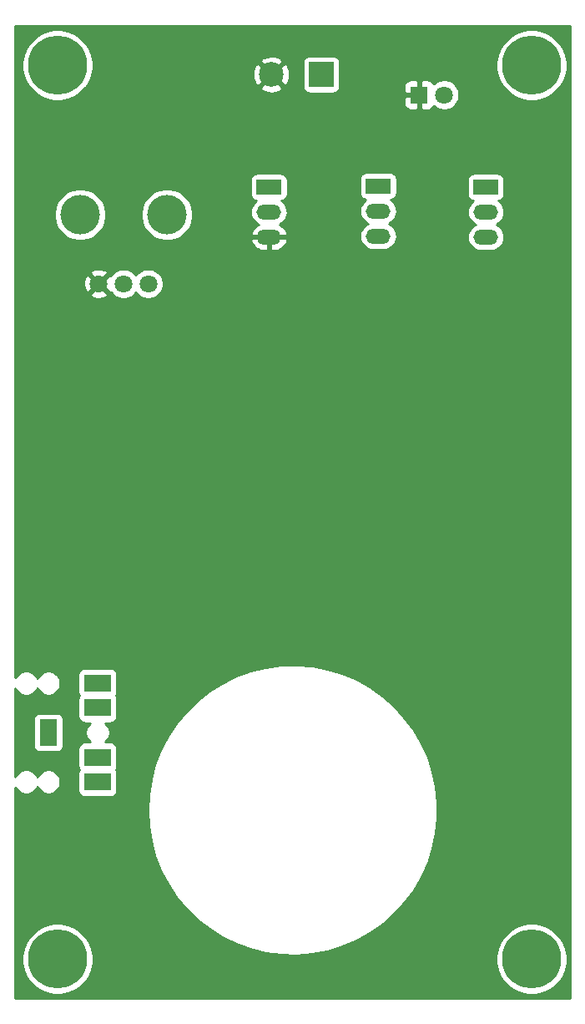
<source format=gtl>
G04 #@! TF.GenerationSoftware,KiCad,Pcbnew,5.1.12-84ad8e8a86~92~ubuntu20.04.1*
G04 #@! TF.CreationDate,2021-12-15T11:08:09-07:00*
G04 #@! TF.ProjectId,The Ear Tool,54686520-4561-4722-9054-6f6f6c2e6b69,1.3*
G04 #@! TF.SameCoordinates,Original*
G04 #@! TF.FileFunction,Copper,L1,Top*
G04 #@! TF.FilePolarity,Positive*
%FSLAX46Y46*%
G04 Gerber Fmt 4.6, Leading zero omitted, Abs format (unit mm)*
G04 Created by KiCad (PCBNEW 5.1.12-84ad8e8a86~92~ubuntu20.04.1) date 2021-12-15 11:08:09*
%MOMM*%
%LPD*%
G01*
G04 APERTURE LIST*
G04 #@! TA.AperFunction,ComponentPad*
%ADD10C,1.800000*%
G04 #@! TD*
G04 #@! TA.AperFunction,ComponentPad*
%ADD11R,1.800000X1.800000*%
G04 #@! TD*
G04 #@! TA.AperFunction,WasherPad*
%ADD12C,4.000000*%
G04 #@! TD*
G04 #@! TA.AperFunction,ComponentPad*
%ADD13R,2.500000X1.500000*%
G04 #@! TD*
G04 #@! TA.AperFunction,ComponentPad*
%ADD14O,2.500000X1.500000*%
G04 #@! TD*
G04 #@! TA.AperFunction,ComponentPad*
%ADD15C,6.000000*%
G04 #@! TD*
G04 #@! TA.AperFunction,ComponentPad*
%ADD16R,1.800000X2.700000*%
G04 #@! TD*
G04 #@! TA.AperFunction,ComponentPad*
%ADD17R,2.700000X1.800000*%
G04 #@! TD*
G04 #@! TA.AperFunction,ComponentPad*
%ADD18R,2.500000X2.500000*%
G04 #@! TD*
G04 #@! TA.AperFunction,ComponentPad*
%ADD19C,2.500000*%
G04 #@! TD*
G04 #@! TA.AperFunction,ViaPad*
%ADD20C,0.700000*%
G04 #@! TD*
G04 #@! TA.AperFunction,Conductor*
%ADD21C,0.254000*%
G04 #@! TD*
G04 #@! TA.AperFunction,Conductor*
%ADD22C,0.150000*%
G04 #@! TD*
G04 APERTURE END LIST*
D10*
X44240000Y-7700000D03*
D11*
X41700000Y-7700000D03*
D12*
X16100000Y-19850000D03*
X7300000Y-19850000D03*
D10*
X14200000Y-26850000D03*
X11700000Y-26850000D03*
X9200000Y-26850000D03*
D13*
X48451340Y-17037140D03*
D14*
X48451340Y-19577140D03*
X48451340Y-22117140D03*
D13*
X26451340Y-17037140D03*
D14*
X26451340Y-19577140D03*
X26451340Y-22117140D03*
D13*
X37551340Y-16937140D03*
D14*
X37551340Y-19477140D03*
X37551340Y-22017140D03*
D15*
X5000000Y-4700000D03*
X53100000Y-4700000D03*
X5000000Y-95300000D03*
X53100000Y-95300000D03*
D16*
X4069240Y-72339280D03*
D17*
X9069240Y-67339280D03*
X9069240Y-69839280D03*
X9069240Y-74839280D03*
X9069240Y-77339280D03*
D18*
X31770340Y-5651400D03*
D19*
X26690340Y-5651400D03*
D20*
X10300000Y-21550000D03*
X13850000Y-23900000D03*
X15501640Y-16426400D03*
X10250000Y-18950000D03*
X15450000Y-13000000D03*
X12781300Y-18953700D03*
X12781300Y-21534340D03*
X10350000Y-23900000D03*
X4150000Y-87650000D03*
X1850001Y-84750000D03*
X4150000Y-81850000D03*
X53500000Y-33900000D03*
X56300000Y-31600000D03*
X53500000Y-29300000D03*
X50700000Y-31600000D03*
X29350000Y-6300000D03*
X25050000Y-10650000D03*
X26900000Y-8600000D03*
X31200000Y-7900000D03*
X28800000Y-10150000D03*
X25050000Y-13050000D03*
X18850000Y-10700000D03*
X18850000Y-13100000D03*
X22000000Y-13050000D03*
X22000000Y-10750000D03*
X17250000Y-14700000D03*
X29350000Y-3650000D03*
X34050000Y-3550000D03*
X34000000Y-7450000D03*
X26900000Y-12250000D03*
X17150000Y-11200000D03*
X13650000Y-14750000D03*
X10350000Y-28250000D03*
X12950000Y-28300000D03*
X11550000Y-30650000D03*
X14400000Y-31000000D03*
X15100000Y-28750000D03*
X17250000Y-31150000D03*
X17350000Y-28800000D03*
X35300000Y-22100000D03*
X33300000Y-24150000D03*
X30850000Y-26400000D03*
X27450000Y-26850000D03*
X27150000Y-30250000D03*
X29450000Y-28650000D03*
X26850000Y-28600000D03*
X26600000Y-32000000D03*
X28500000Y-32050000D03*
X37500000Y-24150000D03*
X35550000Y-26000000D03*
X33100000Y-28500000D03*
X30750000Y-30800000D03*
X23100000Y-25350000D03*
X23100000Y-21850000D03*
X24300000Y-18400000D03*
X20800000Y-20550000D03*
X22250000Y-19050000D03*
X20500000Y-26600000D03*
X20750000Y-23750000D03*
X28650000Y-18600000D03*
X28650000Y-20700000D03*
X24150000Y-15700000D03*
X28700000Y-15700000D03*
X35250000Y-18400000D03*
X35150000Y-15600000D03*
X39850000Y-15550000D03*
X39850000Y-18400000D03*
X39850000Y-20750000D03*
X39750000Y-23250000D03*
X27400000Y-24200000D03*
X29650000Y-24000000D03*
X31300000Y-21900000D03*
X33400000Y-20050000D03*
X19650000Y-32700000D03*
X22600000Y-30900000D03*
X22750000Y-33650000D03*
X19900000Y-36600000D03*
X21450000Y-35100000D03*
X11400000Y-16500000D03*
D21*
X56990001Y-99290000D02*
X710000Y-99290000D01*
X710000Y-94941984D01*
X1365000Y-94941984D01*
X1365000Y-95658016D01*
X1504691Y-96360290D01*
X1778705Y-97021818D01*
X2176511Y-97617177D01*
X2682823Y-98123489D01*
X3278182Y-98521295D01*
X3939710Y-98795309D01*
X4641984Y-98935000D01*
X5358016Y-98935000D01*
X6060290Y-98795309D01*
X6721818Y-98521295D01*
X7317177Y-98123489D01*
X7823489Y-97617177D01*
X8221295Y-97021818D01*
X8495309Y-96360290D01*
X8635000Y-95658016D01*
X8635000Y-94941984D01*
X49465000Y-94941984D01*
X49465000Y-95658016D01*
X49604691Y-96360290D01*
X49878705Y-97021818D01*
X50276511Y-97617177D01*
X50782823Y-98123489D01*
X51378182Y-98521295D01*
X52039710Y-98795309D01*
X52741984Y-98935000D01*
X53458016Y-98935000D01*
X54160290Y-98795309D01*
X54821818Y-98521295D01*
X55417177Y-98123489D01*
X55923489Y-97617177D01*
X56321295Y-97021818D01*
X56595309Y-96360290D01*
X56735000Y-95658016D01*
X56735000Y-94941984D01*
X56595309Y-94239710D01*
X56321295Y-93578182D01*
X55923489Y-92982823D01*
X55417177Y-92476511D01*
X54821818Y-92078705D01*
X54160290Y-91804691D01*
X53458016Y-91665000D01*
X52741984Y-91665000D01*
X52039710Y-91804691D01*
X51378182Y-92078705D01*
X50782823Y-92476511D01*
X50276511Y-92982823D01*
X49878705Y-93578182D01*
X49604691Y-94239710D01*
X49465000Y-94941984D01*
X8635000Y-94941984D01*
X8495309Y-94239710D01*
X8221295Y-93578182D01*
X7823489Y-92982823D01*
X7317177Y-92476511D01*
X6721818Y-92078705D01*
X6060290Y-91804691D01*
X5358016Y-91665000D01*
X4641984Y-91665000D01*
X3939710Y-91804691D01*
X3278182Y-92078705D01*
X2682823Y-92476511D01*
X2176511Y-92982823D01*
X1778705Y-93578182D01*
X1504691Y-94239710D01*
X1365000Y-94941984D01*
X710000Y-94941984D01*
X710000Y-80195320D01*
X14120000Y-80195320D01*
X14203448Y-81761023D01*
X14452848Y-83308986D01*
X14865373Y-84821670D01*
X15436350Y-86281935D01*
X16159308Y-87673237D01*
X17026058Y-88979811D01*
X18026777Y-90186853D01*
X19150127Y-91280687D01*
X20383381Y-92248920D01*
X21712566Y-93080580D01*
X23122620Y-93766245D01*
X24597568Y-94298147D01*
X26120697Y-94670257D01*
X27674751Y-94878361D01*
X29242120Y-94920100D01*
X30805047Y-94795001D01*
X32345822Y-94504482D01*
X33846988Y-94051835D01*
X35291537Y-93442188D01*
X36663100Y-92682448D01*
X37946138Y-91781224D01*
X39126112Y-90748728D01*
X40189655Y-89596657D01*
X41124714Y-88338065D01*
X41920696Y-86987213D01*
X42568582Y-85559405D01*
X43061031Y-84070821D01*
X43392463Y-82538325D01*
X43559123Y-80979283D01*
X43559123Y-79411357D01*
X43392463Y-77852315D01*
X43061031Y-76319819D01*
X42568582Y-74831235D01*
X41920696Y-73403427D01*
X41124714Y-72052575D01*
X40189655Y-70793983D01*
X39126112Y-69641912D01*
X37946138Y-68609416D01*
X36663100Y-67708192D01*
X35291537Y-66948452D01*
X33846988Y-66338805D01*
X32345822Y-65886158D01*
X30805047Y-65595639D01*
X29242120Y-65470540D01*
X27674751Y-65512279D01*
X26120697Y-65720383D01*
X24597568Y-66092493D01*
X23122620Y-66624395D01*
X21712566Y-67310060D01*
X20383381Y-68141720D01*
X19150127Y-69109953D01*
X18026777Y-70203787D01*
X17026058Y-71410829D01*
X16159308Y-72717403D01*
X15436350Y-74108705D01*
X14865373Y-75568970D01*
X14452848Y-77081654D01*
X14203448Y-78629617D01*
X14120000Y-80195320D01*
X710000Y-80195320D01*
X710000Y-77888549D01*
X724797Y-77924272D01*
X859953Y-78126547D01*
X1031973Y-78298567D01*
X1234248Y-78433723D01*
X1459004Y-78526820D01*
X1697603Y-78574280D01*
X1940877Y-78574280D01*
X2179476Y-78526820D01*
X2404232Y-78433723D01*
X2606507Y-78298567D01*
X2778527Y-78126547D01*
X2913683Y-77924272D01*
X2944240Y-77850501D01*
X2974797Y-77924272D01*
X3109953Y-78126547D01*
X3281973Y-78298567D01*
X3484248Y-78433723D01*
X3709004Y-78526820D01*
X3947603Y-78574280D01*
X4190877Y-78574280D01*
X4429476Y-78526820D01*
X4654232Y-78433723D01*
X4856507Y-78298567D01*
X5028527Y-78126547D01*
X5163683Y-77924272D01*
X5256780Y-77699516D01*
X5304240Y-77460917D01*
X5304240Y-77217643D01*
X5256780Y-76979044D01*
X5163683Y-76754288D01*
X5028527Y-76552013D01*
X4856507Y-76379993D01*
X4654232Y-76244837D01*
X4429476Y-76151740D01*
X4190877Y-76104280D01*
X3947603Y-76104280D01*
X3709004Y-76151740D01*
X3484248Y-76244837D01*
X3281973Y-76379993D01*
X3109953Y-76552013D01*
X2974797Y-76754288D01*
X2944240Y-76828059D01*
X2913683Y-76754288D01*
X2778527Y-76552013D01*
X2606507Y-76379993D01*
X2404232Y-76244837D01*
X2179476Y-76151740D01*
X1940877Y-76104280D01*
X1697603Y-76104280D01*
X1459004Y-76151740D01*
X1234248Y-76244837D01*
X1031973Y-76379993D01*
X859953Y-76552013D01*
X724797Y-76754288D01*
X710000Y-76790011D01*
X710000Y-70989280D01*
X2531168Y-70989280D01*
X2531168Y-73689280D01*
X2543428Y-73813762D01*
X2579738Y-73933460D01*
X2638703Y-74043774D01*
X2718055Y-74140465D01*
X2814746Y-74219817D01*
X2925060Y-74278782D01*
X3044758Y-74315092D01*
X3169240Y-74327352D01*
X4969240Y-74327352D01*
X5093722Y-74315092D01*
X5213420Y-74278782D01*
X5323734Y-74219817D01*
X5420425Y-74140465D01*
X5499777Y-74043774D01*
X5558742Y-73933460D01*
X5595052Y-73813762D01*
X5607312Y-73689280D01*
X5607312Y-70989280D01*
X5595052Y-70864798D01*
X5558742Y-70745100D01*
X5499777Y-70634786D01*
X5420425Y-70538095D01*
X5323734Y-70458743D01*
X5213420Y-70399778D01*
X5093722Y-70363468D01*
X4969240Y-70351208D01*
X3169240Y-70351208D01*
X3044758Y-70363468D01*
X2925060Y-70399778D01*
X2814746Y-70458743D01*
X2718055Y-70538095D01*
X2638703Y-70634786D01*
X2579738Y-70745100D01*
X2543428Y-70864798D01*
X2531168Y-70989280D01*
X710000Y-70989280D01*
X710000Y-67888549D01*
X724797Y-67924272D01*
X859953Y-68126547D01*
X1031973Y-68298567D01*
X1234248Y-68433723D01*
X1459004Y-68526820D01*
X1697603Y-68574280D01*
X1940877Y-68574280D01*
X2179476Y-68526820D01*
X2404232Y-68433723D01*
X2606507Y-68298567D01*
X2778527Y-68126547D01*
X2913683Y-67924272D01*
X2944240Y-67850501D01*
X2974797Y-67924272D01*
X3109953Y-68126547D01*
X3281973Y-68298567D01*
X3484248Y-68433723D01*
X3709004Y-68526820D01*
X3947603Y-68574280D01*
X4190877Y-68574280D01*
X4429476Y-68526820D01*
X4654232Y-68433723D01*
X4856507Y-68298567D01*
X5028527Y-68126547D01*
X5163683Y-67924272D01*
X5256780Y-67699516D01*
X5304240Y-67460917D01*
X5304240Y-67217643D01*
X5256780Y-66979044D01*
X5163683Y-66754288D01*
X5028527Y-66552013D01*
X4915794Y-66439280D01*
X7081168Y-66439280D01*
X7081168Y-68239280D01*
X7093428Y-68363762D01*
X7129738Y-68483460D01*
X7186301Y-68589280D01*
X7129738Y-68695100D01*
X7093428Y-68814798D01*
X7081168Y-68939280D01*
X7081168Y-70739280D01*
X7093428Y-70863762D01*
X7129738Y-70983460D01*
X7188703Y-71093774D01*
X7268055Y-71190465D01*
X7364746Y-71269817D01*
X7475060Y-71328782D01*
X7594758Y-71365092D01*
X7719240Y-71377352D01*
X8285926Y-71377352D01*
X8281973Y-71379993D01*
X8109953Y-71552013D01*
X7974797Y-71754288D01*
X7881700Y-71979044D01*
X7834240Y-72217643D01*
X7834240Y-72460917D01*
X7881700Y-72699516D01*
X7974797Y-72924272D01*
X8109953Y-73126547D01*
X8281973Y-73298567D01*
X8285926Y-73301208D01*
X7719240Y-73301208D01*
X7594758Y-73313468D01*
X7475060Y-73349778D01*
X7364746Y-73408743D01*
X7268055Y-73488095D01*
X7188703Y-73584786D01*
X7129738Y-73695100D01*
X7093428Y-73814798D01*
X7081168Y-73939280D01*
X7081168Y-75739280D01*
X7093428Y-75863762D01*
X7129738Y-75983460D01*
X7186301Y-76089280D01*
X7129738Y-76195100D01*
X7093428Y-76314798D01*
X7081168Y-76439280D01*
X7081168Y-78239280D01*
X7093428Y-78363762D01*
X7129738Y-78483460D01*
X7188703Y-78593774D01*
X7268055Y-78690465D01*
X7364746Y-78769817D01*
X7475060Y-78828782D01*
X7594758Y-78865092D01*
X7719240Y-78877352D01*
X10419240Y-78877352D01*
X10543722Y-78865092D01*
X10663420Y-78828782D01*
X10773734Y-78769817D01*
X10870425Y-78690465D01*
X10949777Y-78593774D01*
X11008742Y-78483460D01*
X11045052Y-78363762D01*
X11057312Y-78239280D01*
X11057312Y-76439280D01*
X11045052Y-76314798D01*
X11008742Y-76195100D01*
X10952179Y-76089280D01*
X11008742Y-75983460D01*
X11045052Y-75863762D01*
X11057312Y-75739280D01*
X11057312Y-73939280D01*
X11045052Y-73814798D01*
X11008742Y-73695100D01*
X10949777Y-73584786D01*
X10870425Y-73488095D01*
X10773734Y-73408743D01*
X10663420Y-73349778D01*
X10543722Y-73313468D01*
X10419240Y-73301208D01*
X9852554Y-73301208D01*
X9856507Y-73298567D01*
X10028527Y-73126547D01*
X10163683Y-72924272D01*
X10256780Y-72699516D01*
X10304240Y-72460917D01*
X10304240Y-72217643D01*
X10256780Y-71979044D01*
X10163683Y-71754288D01*
X10028527Y-71552013D01*
X9856507Y-71379993D01*
X9852554Y-71377352D01*
X10419240Y-71377352D01*
X10543722Y-71365092D01*
X10663420Y-71328782D01*
X10773734Y-71269817D01*
X10870425Y-71190465D01*
X10949777Y-71093774D01*
X11008742Y-70983460D01*
X11045052Y-70863762D01*
X11057312Y-70739280D01*
X11057312Y-68939280D01*
X11045052Y-68814798D01*
X11008742Y-68695100D01*
X10952179Y-68589280D01*
X11008742Y-68483460D01*
X11045052Y-68363762D01*
X11057312Y-68239280D01*
X11057312Y-66439280D01*
X11045052Y-66314798D01*
X11008742Y-66195100D01*
X10949777Y-66084786D01*
X10870425Y-65988095D01*
X10773734Y-65908743D01*
X10663420Y-65849778D01*
X10543722Y-65813468D01*
X10419240Y-65801208D01*
X7719240Y-65801208D01*
X7594758Y-65813468D01*
X7475060Y-65849778D01*
X7364746Y-65908743D01*
X7268055Y-65988095D01*
X7188703Y-66084786D01*
X7129738Y-66195100D01*
X7093428Y-66314798D01*
X7081168Y-66439280D01*
X4915794Y-66439280D01*
X4856507Y-66379993D01*
X4654232Y-66244837D01*
X4429476Y-66151740D01*
X4190877Y-66104280D01*
X3947603Y-66104280D01*
X3709004Y-66151740D01*
X3484248Y-66244837D01*
X3281973Y-66379993D01*
X3109953Y-66552013D01*
X2974797Y-66754288D01*
X2944240Y-66828059D01*
X2913683Y-66754288D01*
X2778527Y-66552013D01*
X2606507Y-66379993D01*
X2404232Y-66244837D01*
X2179476Y-66151740D01*
X1940877Y-66104280D01*
X1697603Y-66104280D01*
X1459004Y-66151740D01*
X1234248Y-66244837D01*
X1031973Y-66379993D01*
X859953Y-66552013D01*
X724797Y-66754288D01*
X710000Y-66790011D01*
X710000Y-27914080D01*
X8315525Y-27914080D01*
X8399208Y-28168261D01*
X8671775Y-28299158D01*
X8964642Y-28374365D01*
X9266553Y-28390991D01*
X9565907Y-28348397D01*
X9851199Y-28248222D01*
X10000792Y-28168261D01*
X10084475Y-27914080D01*
X9200000Y-27029605D01*
X8315525Y-27914080D01*
X710000Y-27914080D01*
X710000Y-26916553D01*
X7659009Y-26916553D01*
X7701603Y-27215907D01*
X7801778Y-27501199D01*
X7881739Y-27650792D01*
X8135920Y-27734475D01*
X9020395Y-26850000D01*
X9379605Y-26850000D01*
X10264080Y-27734475D01*
X10412262Y-27685690D01*
X10507688Y-27828505D01*
X10721495Y-28042312D01*
X10972905Y-28210299D01*
X11252257Y-28326011D01*
X11548816Y-28385000D01*
X11851184Y-28385000D01*
X12147743Y-28326011D01*
X12427095Y-28210299D01*
X12678505Y-28042312D01*
X12892312Y-27828505D01*
X12950000Y-27742169D01*
X13007688Y-27828505D01*
X13221495Y-28042312D01*
X13472905Y-28210299D01*
X13752257Y-28326011D01*
X14048816Y-28385000D01*
X14351184Y-28385000D01*
X14647743Y-28326011D01*
X14927095Y-28210299D01*
X15178505Y-28042312D01*
X15392312Y-27828505D01*
X15560299Y-27577095D01*
X15676011Y-27297743D01*
X15735000Y-27001184D01*
X15735000Y-26698816D01*
X15676011Y-26402257D01*
X15560299Y-26122905D01*
X15392312Y-25871495D01*
X15178505Y-25657688D01*
X14927095Y-25489701D01*
X14647743Y-25373989D01*
X14351184Y-25315000D01*
X14048816Y-25315000D01*
X13752257Y-25373989D01*
X13472905Y-25489701D01*
X13221495Y-25657688D01*
X13007688Y-25871495D01*
X12950000Y-25957831D01*
X12892312Y-25871495D01*
X12678505Y-25657688D01*
X12427095Y-25489701D01*
X12147743Y-25373989D01*
X11851184Y-25315000D01*
X11548816Y-25315000D01*
X11252257Y-25373989D01*
X10972905Y-25489701D01*
X10721495Y-25657688D01*
X10507688Y-25871495D01*
X10412262Y-26014310D01*
X10264080Y-25965525D01*
X9379605Y-26850000D01*
X9020395Y-26850000D01*
X8135920Y-25965525D01*
X7881739Y-26049208D01*
X7750842Y-26321775D01*
X7675635Y-26614642D01*
X7659009Y-26916553D01*
X710000Y-26916553D01*
X710000Y-25785920D01*
X8315525Y-25785920D01*
X9200000Y-26670395D01*
X10084475Y-25785920D01*
X10000792Y-25531739D01*
X9728225Y-25400842D01*
X9435358Y-25325635D01*
X9133447Y-25309009D01*
X8834093Y-25351603D01*
X8548801Y-25451778D01*
X8399208Y-25531739D01*
X8315525Y-25785920D01*
X710000Y-25785920D01*
X710000Y-19590475D01*
X4665000Y-19590475D01*
X4665000Y-20109525D01*
X4766261Y-20618601D01*
X4964893Y-21098141D01*
X5253262Y-21529715D01*
X5620285Y-21896738D01*
X6051859Y-22185107D01*
X6531399Y-22383739D01*
X7040475Y-22485000D01*
X7559525Y-22485000D01*
X8068601Y-22383739D01*
X8548141Y-22185107D01*
X8979715Y-21896738D01*
X9346738Y-21529715D01*
X9635107Y-21098141D01*
X9833739Y-20618601D01*
X9935000Y-20109525D01*
X9935000Y-19590475D01*
X13465000Y-19590475D01*
X13465000Y-20109525D01*
X13566261Y-20618601D01*
X13764893Y-21098141D01*
X14053262Y-21529715D01*
X14420285Y-21896738D01*
X14851859Y-22185107D01*
X15331399Y-22383739D01*
X15840475Y-22485000D01*
X16359525Y-22485000D01*
X16493629Y-22458325D01*
X24609022Y-22458325D01*
X24623167Y-22529824D01*
X24729198Y-22781008D01*
X24882195Y-23006680D01*
X25076279Y-23198168D01*
X25303991Y-23348112D01*
X25556580Y-23450751D01*
X25824340Y-23502140D01*
X26324340Y-23502140D01*
X26324340Y-22244140D01*
X26578340Y-22244140D01*
X26578340Y-23502140D01*
X27078340Y-23502140D01*
X27346100Y-23450751D01*
X27598689Y-23348112D01*
X27826401Y-23198168D01*
X28020485Y-23006680D01*
X28173482Y-22781008D01*
X28279513Y-22529824D01*
X28293658Y-22458325D01*
X28170996Y-22244140D01*
X26578340Y-22244140D01*
X26324340Y-22244140D01*
X24731684Y-22244140D01*
X24609022Y-22458325D01*
X16493629Y-22458325D01*
X16868601Y-22383739D01*
X17348141Y-22185107D01*
X17779715Y-21896738D01*
X18146738Y-21529715D01*
X18435107Y-21098141D01*
X18633739Y-20618601D01*
X18735000Y-20109525D01*
X18735000Y-19590475D01*
X18732348Y-19577140D01*
X24559639Y-19577140D01*
X24586380Y-19848647D01*
X24665576Y-20109721D01*
X24794183Y-20350328D01*
X24967259Y-20561221D01*
X25178152Y-20734297D01*
X25393918Y-20849626D01*
X25303991Y-20886168D01*
X25076279Y-21036112D01*
X24882195Y-21227600D01*
X24729198Y-21453272D01*
X24623167Y-21704456D01*
X24609022Y-21775955D01*
X24731684Y-21990140D01*
X26324340Y-21990140D01*
X26324340Y-21970140D01*
X26578340Y-21970140D01*
X26578340Y-21990140D01*
X28170996Y-21990140D01*
X28293658Y-21775955D01*
X28279513Y-21704456D01*
X28173482Y-21453272D01*
X28020485Y-21227600D01*
X27826401Y-21036112D01*
X27598689Y-20886168D01*
X27508762Y-20849626D01*
X27724528Y-20734297D01*
X27935421Y-20561221D01*
X28108497Y-20350328D01*
X28237104Y-20109721D01*
X28316300Y-19848647D01*
X28343041Y-19577140D01*
X28333192Y-19477140D01*
X35659639Y-19477140D01*
X35686380Y-19748647D01*
X35765576Y-20009721D01*
X35894183Y-20250328D01*
X36067259Y-20461221D01*
X36278152Y-20634297D01*
X36489267Y-20747140D01*
X36278152Y-20859983D01*
X36067259Y-21033059D01*
X35894183Y-21243952D01*
X35765576Y-21484559D01*
X35686380Y-21745633D01*
X35659639Y-22017140D01*
X35686380Y-22288647D01*
X35765576Y-22549721D01*
X35894183Y-22790328D01*
X36067259Y-23001221D01*
X36278152Y-23174297D01*
X36518759Y-23302904D01*
X36779833Y-23382100D01*
X36983303Y-23402140D01*
X38119377Y-23402140D01*
X38322847Y-23382100D01*
X38583921Y-23302904D01*
X38824528Y-23174297D01*
X39035421Y-23001221D01*
X39208497Y-22790328D01*
X39337104Y-22549721D01*
X39416300Y-22288647D01*
X39443041Y-22017140D01*
X39416300Y-21745633D01*
X39337104Y-21484559D01*
X39208497Y-21243952D01*
X39035421Y-21033059D01*
X38824528Y-20859983D01*
X38613413Y-20747140D01*
X38824528Y-20634297D01*
X39035421Y-20461221D01*
X39208497Y-20250328D01*
X39337104Y-20009721D01*
X39416300Y-19748647D01*
X39433191Y-19577140D01*
X46559639Y-19577140D01*
X46586380Y-19848647D01*
X46665576Y-20109721D01*
X46794183Y-20350328D01*
X46967259Y-20561221D01*
X47178152Y-20734297D01*
X47389267Y-20847140D01*
X47178152Y-20959983D01*
X46967259Y-21133059D01*
X46794183Y-21343952D01*
X46665576Y-21584559D01*
X46586380Y-21845633D01*
X46559639Y-22117140D01*
X46586380Y-22388647D01*
X46665576Y-22649721D01*
X46794183Y-22890328D01*
X46967259Y-23101221D01*
X47178152Y-23274297D01*
X47418759Y-23402904D01*
X47679833Y-23482100D01*
X47883303Y-23502140D01*
X49019377Y-23502140D01*
X49222847Y-23482100D01*
X49483921Y-23402904D01*
X49724528Y-23274297D01*
X49935421Y-23101221D01*
X50108497Y-22890328D01*
X50237104Y-22649721D01*
X50316300Y-22388647D01*
X50343041Y-22117140D01*
X50316300Y-21845633D01*
X50237104Y-21584559D01*
X50108497Y-21343952D01*
X49935421Y-21133059D01*
X49724528Y-20959983D01*
X49513413Y-20847140D01*
X49724528Y-20734297D01*
X49935421Y-20561221D01*
X50108497Y-20350328D01*
X50237104Y-20109721D01*
X50316300Y-19848647D01*
X50343041Y-19577140D01*
X50316300Y-19305633D01*
X50237104Y-19044559D01*
X50108497Y-18803952D01*
X49935421Y-18593059D01*
X49727732Y-18422613D01*
X49825822Y-18412952D01*
X49945520Y-18376642D01*
X50055834Y-18317677D01*
X50152525Y-18238325D01*
X50231877Y-18141634D01*
X50290842Y-18031320D01*
X50327152Y-17911622D01*
X50339412Y-17787140D01*
X50339412Y-16287140D01*
X50327152Y-16162658D01*
X50290842Y-16042960D01*
X50231877Y-15932646D01*
X50152525Y-15835955D01*
X50055834Y-15756603D01*
X49945520Y-15697638D01*
X49825822Y-15661328D01*
X49701340Y-15649068D01*
X47201340Y-15649068D01*
X47076858Y-15661328D01*
X46957160Y-15697638D01*
X46846846Y-15756603D01*
X46750155Y-15835955D01*
X46670803Y-15932646D01*
X46611838Y-16042960D01*
X46575528Y-16162658D01*
X46563268Y-16287140D01*
X46563268Y-17787140D01*
X46575528Y-17911622D01*
X46611838Y-18031320D01*
X46670803Y-18141634D01*
X46750155Y-18238325D01*
X46846846Y-18317677D01*
X46957160Y-18376642D01*
X47076858Y-18412952D01*
X47174948Y-18422613D01*
X46967259Y-18593059D01*
X46794183Y-18803952D01*
X46665576Y-19044559D01*
X46586380Y-19305633D01*
X46559639Y-19577140D01*
X39433191Y-19577140D01*
X39443041Y-19477140D01*
X39416300Y-19205633D01*
X39337104Y-18944559D01*
X39208497Y-18703952D01*
X39035421Y-18493059D01*
X38827732Y-18322613D01*
X38925822Y-18312952D01*
X39045520Y-18276642D01*
X39155834Y-18217677D01*
X39252525Y-18138325D01*
X39331877Y-18041634D01*
X39390842Y-17931320D01*
X39427152Y-17811622D01*
X39439412Y-17687140D01*
X39439412Y-16187140D01*
X39427152Y-16062658D01*
X39390842Y-15942960D01*
X39331877Y-15832646D01*
X39252525Y-15735955D01*
X39155834Y-15656603D01*
X39045520Y-15597638D01*
X38925822Y-15561328D01*
X38801340Y-15549068D01*
X36301340Y-15549068D01*
X36176858Y-15561328D01*
X36057160Y-15597638D01*
X35946846Y-15656603D01*
X35850155Y-15735955D01*
X35770803Y-15832646D01*
X35711838Y-15942960D01*
X35675528Y-16062658D01*
X35663268Y-16187140D01*
X35663268Y-17687140D01*
X35675528Y-17811622D01*
X35711838Y-17931320D01*
X35770803Y-18041634D01*
X35850155Y-18138325D01*
X35946846Y-18217677D01*
X36057160Y-18276642D01*
X36176858Y-18312952D01*
X36274948Y-18322613D01*
X36067259Y-18493059D01*
X35894183Y-18703952D01*
X35765576Y-18944559D01*
X35686380Y-19205633D01*
X35659639Y-19477140D01*
X28333192Y-19477140D01*
X28316300Y-19305633D01*
X28237104Y-19044559D01*
X28108497Y-18803952D01*
X27935421Y-18593059D01*
X27727732Y-18422613D01*
X27825822Y-18412952D01*
X27945520Y-18376642D01*
X28055834Y-18317677D01*
X28152525Y-18238325D01*
X28231877Y-18141634D01*
X28290842Y-18031320D01*
X28327152Y-17911622D01*
X28339412Y-17787140D01*
X28339412Y-16287140D01*
X28327152Y-16162658D01*
X28290842Y-16042960D01*
X28231877Y-15932646D01*
X28152525Y-15835955D01*
X28055834Y-15756603D01*
X27945520Y-15697638D01*
X27825822Y-15661328D01*
X27701340Y-15649068D01*
X25201340Y-15649068D01*
X25076858Y-15661328D01*
X24957160Y-15697638D01*
X24846846Y-15756603D01*
X24750155Y-15835955D01*
X24670803Y-15932646D01*
X24611838Y-16042960D01*
X24575528Y-16162658D01*
X24563268Y-16287140D01*
X24563268Y-17787140D01*
X24575528Y-17911622D01*
X24611838Y-18031320D01*
X24670803Y-18141634D01*
X24750155Y-18238325D01*
X24846846Y-18317677D01*
X24957160Y-18376642D01*
X25076858Y-18412952D01*
X25174948Y-18422613D01*
X24967259Y-18593059D01*
X24794183Y-18803952D01*
X24665576Y-19044559D01*
X24586380Y-19305633D01*
X24559639Y-19577140D01*
X18732348Y-19577140D01*
X18633739Y-19081399D01*
X18435107Y-18601859D01*
X18146738Y-18170285D01*
X17779715Y-17803262D01*
X17348141Y-17514893D01*
X16868601Y-17316261D01*
X16359525Y-17215000D01*
X15840475Y-17215000D01*
X15331399Y-17316261D01*
X14851859Y-17514893D01*
X14420285Y-17803262D01*
X14053262Y-18170285D01*
X13764893Y-18601859D01*
X13566261Y-19081399D01*
X13465000Y-19590475D01*
X9935000Y-19590475D01*
X9833739Y-19081399D01*
X9635107Y-18601859D01*
X9346738Y-18170285D01*
X8979715Y-17803262D01*
X8548141Y-17514893D01*
X8068601Y-17316261D01*
X7559525Y-17215000D01*
X7040475Y-17215000D01*
X6531399Y-17316261D01*
X6051859Y-17514893D01*
X5620285Y-17803262D01*
X5253262Y-18170285D01*
X4964893Y-18601859D01*
X4766261Y-19081399D01*
X4665000Y-19590475D01*
X710000Y-19590475D01*
X710000Y-8600000D01*
X40161928Y-8600000D01*
X40174188Y-8724482D01*
X40210498Y-8844180D01*
X40269463Y-8954494D01*
X40348815Y-9051185D01*
X40445506Y-9130537D01*
X40555820Y-9189502D01*
X40675518Y-9225812D01*
X40800000Y-9238072D01*
X41414250Y-9235000D01*
X41573000Y-9076250D01*
X41573000Y-7827000D01*
X40323750Y-7827000D01*
X40165000Y-7985750D01*
X40161928Y-8600000D01*
X710000Y-8600000D01*
X710000Y-4341984D01*
X1365000Y-4341984D01*
X1365000Y-5058016D01*
X1504691Y-5760290D01*
X1778705Y-6421818D01*
X2176511Y-7017177D01*
X2682823Y-7523489D01*
X3278182Y-7921295D01*
X3939710Y-8195309D01*
X4641984Y-8335000D01*
X5358016Y-8335000D01*
X6060290Y-8195309D01*
X6721818Y-7921295D01*
X7317177Y-7523489D01*
X7823489Y-7017177D01*
X7858349Y-6965005D01*
X25556340Y-6965005D01*
X25682254Y-7254977D01*
X26014466Y-7420833D01*
X26372652Y-7518690D01*
X26743046Y-7544789D01*
X27111415Y-7498125D01*
X27463602Y-7380494D01*
X27698426Y-7254977D01*
X27824340Y-6965005D01*
X26690340Y-5831005D01*
X25556340Y-6965005D01*
X7858349Y-6965005D01*
X8221295Y-6421818D01*
X8495309Y-5760290D01*
X8506484Y-5704106D01*
X24796951Y-5704106D01*
X24843615Y-6072475D01*
X24961246Y-6424662D01*
X25086763Y-6659486D01*
X25376735Y-6785400D01*
X26510735Y-5651400D01*
X26869945Y-5651400D01*
X28003945Y-6785400D01*
X28293917Y-6659486D01*
X28459773Y-6327274D01*
X28557630Y-5969088D01*
X28583729Y-5598694D01*
X28537065Y-5230325D01*
X28419434Y-4878138D01*
X28293917Y-4643314D01*
X28003945Y-4517400D01*
X26869945Y-5651400D01*
X26510735Y-5651400D01*
X25376735Y-4517400D01*
X25086763Y-4643314D01*
X24920907Y-4975526D01*
X24823050Y-5333712D01*
X24796951Y-5704106D01*
X8506484Y-5704106D01*
X8635000Y-5058016D01*
X8635000Y-4341984D01*
X8634167Y-4337795D01*
X25556340Y-4337795D01*
X26690340Y-5471795D01*
X27760735Y-4401400D01*
X29882268Y-4401400D01*
X29882268Y-6901400D01*
X29894528Y-7025882D01*
X29930838Y-7145580D01*
X29989803Y-7255894D01*
X30069155Y-7352585D01*
X30165846Y-7431937D01*
X30276160Y-7490902D01*
X30395858Y-7527212D01*
X30520340Y-7539472D01*
X33020340Y-7539472D01*
X33144822Y-7527212D01*
X33264520Y-7490902D01*
X33374834Y-7431937D01*
X33471525Y-7352585D01*
X33550877Y-7255894D01*
X33609842Y-7145580D01*
X33646152Y-7025882D01*
X33658412Y-6901400D01*
X33658412Y-6800000D01*
X40161928Y-6800000D01*
X40165000Y-7414250D01*
X40323750Y-7573000D01*
X41573000Y-7573000D01*
X41573000Y-6323750D01*
X41827000Y-6323750D01*
X41827000Y-7573000D01*
X41847000Y-7573000D01*
X41847000Y-7827000D01*
X41827000Y-7827000D01*
X41827000Y-9076250D01*
X41985750Y-9235000D01*
X42600000Y-9238072D01*
X42724482Y-9225812D01*
X42844180Y-9189502D01*
X42954494Y-9130537D01*
X43051185Y-9051185D01*
X43130537Y-8954494D01*
X43189502Y-8844180D01*
X43195056Y-8825873D01*
X43261495Y-8892312D01*
X43512905Y-9060299D01*
X43792257Y-9176011D01*
X44088816Y-9235000D01*
X44391184Y-9235000D01*
X44687743Y-9176011D01*
X44967095Y-9060299D01*
X45218505Y-8892312D01*
X45432312Y-8678505D01*
X45600299Y-8427095D01*
X45716011Y-8147743D01*
X45775000Y-7851184D01*
X45775000Y-7548816D01*
X45716011Y-7252257D01*
X45600299Y-6972905D01*
X45432312Y-6721495D01*
X45218505Y-6507688D01*
X44967095Y-6339701D01*
X44687743Y-6223989D01*
X44391184Y-6165000D01*
X44088816Y-6165000D01*
X43792257Y-6223989D01*
X43512905Y-6339701D01*
X43261495Y-6507688D01*
X43195056Y-6574127D01*
X43189502Y-6555820D01*
X43130537Y-6445506D01*
X43051185Y-6348815D01*
X42954494Y-6269463D01*
X42844180Y-6210498D01*
X42724482Y-6174188D01*
X42600000Y-6161928D01*
X41985750Y-6165000D01*
X41827000Y-6323750D01*
X41573000Y-6323750D01*
X41414250Y-6165000D01*
X40800000Y-6161928D01*
X40675518Y-6174188D01*
X40555820Y-6210498D01*
X40445506Y-6269463D01*
X40348815Y-6348815D01*
X40269463Y-6445506D01*
X40210498Y-6555820D01*
X40174188Y-6675518D01*
X40161928Y-6800000D01*
X33658412Y-6800000D01*
X33658412Y-4401400D01*
X33652561Y-4341984D01*
X49465000Y-4341984D01*
X49465000Y-5058016D01*
X49604691Y-5760290D01*
X49878705Y-6421818D01*
X50276511Y-7017177D01*
X50782823Y-7523489D01*
X51378182Y-7921295D01*
X52039710Y-8195309D01*
X52741984Y-8335000D01*
X53458016Y-8335000D01*
X54160290Y-8195309D01*
X54821818Y-7921295D01*
X55417177Y-7523489D01*
X55923489Y-7017177D01*
X56321295Y-6421818D01*
X56595309Y-5760290D01*
X56735000Y-5058016D01*
X56735000Y-4341984D01*
X56595309Y-3639710D01*
X56321295Y-2978182D01*
X55923489Y-2382823D01*
X55417177Y-1876511D01*
X54821818Y-1478705D01*
X54160290Y-1204691D01*
X53458016Y-1065000D01*
X52741984Y-1065000D01*
X52039710Y-1204691D01*
X51378182Y-1478705D01*
X50782823Y-1876511D01*
X50276511Y-2382823D01*
X49878705Y-2978182D01*
X49604691Y-3639710D01*
X49465000Y-4341984D01*
X33652561Y-4341984D01*
X33646152Y-4276918D01*
X33609842Y-4157220D01*
X33550877Y-4046906D01*
X33471525Y-3950215D01*
X33374834Y-3870863D01*
X33264520Y-3811898D01*
X33144822Y-3775588D01*
X33020340Y-3763328D01*
X30520340Y-3763328D01*
X30395858Y-3775588D01*
X30276160Y-3811898D01*
X30165846Y-3870863D01*
X30069155Y-3950215D01*
X29989803Y-4046906D01*
X29930838Y-4157220D01*
X29894528Y-4276918D01*
X29882268Y-4401400D01*
X27760735Y-4401400D01*
X27824340Y-4337795D01*
X27698426Y-4047823D01*
X27366214Y-3881967D01*
X27008028Y-3784110D01*
X26637634Y-3758011D01*
X26269265Y-3804675D01*
X25917078Y-3922306D01*
X25682254Y-4047823D01*
X25556340Y-4337795D01*
X8634167Y-4337795D01*
X8495309Y-3639710D01*
X8221295Y-2978182D01*
X7823489Y-2382823D01*
X7317177Y-1876511D01*
X6721818Y-1478705D01*
X6060290Y-1204691D01*
X5358016Y-1065000D01*
X4641984Y-1065000D01*
X3939710Y-1204691D01*
X3278182Y-1478705D01*
X2682823Y-1876511D01*
X2176511Y-2382823D01*
X1778705Y-2978182D01*
X1504691Y-3639710D01*
X1365000Y-4341984D01*
X710000Y-4341984D01*
X710000Y-710000D01*
X56990000Y-710000D01*
X56990001Y-99290000D01*
G04 #@! TA.AperFunction,Conductor*
D22*
G36*
X56990001Y-99290000D02*
G01*
X710000Y-99290000D01*
X710000Y-94941984D01*
X1365000Y-94941984D01*
X1365000Y-95658016D01*
X1504691Y-96360290D01*
X1778705Y-97021818D01*
X2176511Y-97617177D01*
X2682823Y-98123489D01*
X3278182Y-98521295D01*
X3939710Y-98795309D01*
X4641984Y-98935000D01*
X5358016Y-98935000D01*
X6060290Y-98795309D01*
X6721818Y-98521295D01*
X7317177Y-98123489D01*
X7823489Y-97617177D01*
X8221295Y-97021818D01*
X8495309Y-96360290D01*
X8635000Y-95658016D01*
X8635000Y-94941984D01*
X49465000Y-94941984D01*
X49465000Y-95658016D01*
X49604691Y-96360290D01*
X49878705Y-97021818D01*
X50276511Y-97617177D01*
X50782823Y-98123489D01*
X51378182Y-98521295D01*
X52039710Y-98795309D01*
X52741984Y-98935000D01*
X53458016Y-98935000D01*
X54160290Y-98795309D01*
X54821818Y-98521295D01*
X55417177Y-98123489D01*
X55923489Y-97617177D01*
X56321295Y-97021818D01*
X56595309Y-96360290D01*
X56735000Y-95658016D01*
X56735000Y-94941984D01*
X56595309Y-94239710D01*
X56321295Y-93578182D01*
X55923489Y-92982823D01*
X55417177Y-92476511D01*
X54821818Y-92078705D01*
X54160290Y-91804691D01*
X53458016Y-91665000D01*
X52741984Y-91665000D01*
X52039710Y-91804691D01*
X51378182Y-92078705D01*
X50782823Y-92476511D01*
X50276511Y-92982823D01*
X49878705Y-93578182D01*
X49604691Y-94239710D01*
X49465000Y-94941984D01*
X8635000Y-94941984D01*
X8495309Y-94239710D01*
X8221295Y-93578182D01*
X7823489Y-92982823D01*
X7317177Y-92476511D01*
X6721818Y-92078705D01*
X6060290Y-91804691D01*
X5358016Y-91665000D01*
X4641984Y-91665000D01*
X3939710Y-91804691D01*
X3278182Y-92078705D01*
X2682823Y-92476511D01*
X2176511Y-92982823D01*
X1778705Y-93578182D01*
X1504691Y-94239710D01*
X1365000Y-94941984D01*
X710000Y-94941984D01*
X710000Y-80195320D01*
X14120000Y-80195320D01*
X14203448Y-81761023D01*
X14452848Y-83308986D01*
X14865373Y-84821670D01*
X15436350Y-86281935D01*
X16159308Y-87673237D01*
X17026058Y-88979811D01*
X18026777Y-90186853D01*
X19150127Y-91280687D01*
X20383381Y-92248920D01*
X21712566Y-93080580D01*
X23122620Y-93766245D01*
X24597568Y-94298147D01*
X26120697Y-94670257D01*
X27674751Y-94878361D01*
X29242120Y-94920100D01*
X30805047Y-94795001D01*
X32345822Y-94504482D01*
X33846988Y-94051835D01*
X35291537Y-93442188D01*
X36663100Y-92682448D01*
X37946138Y-91781224D01*
X39126112Y-90748728D01*
X40189655Y-89596657D01*
X41124714Y-88338065D01*
X41920696Y-86987213D01*
X42568582Y-85559405D01*
X43061031Y-84070821D01*
X43392463Y-82538325D01*
X43559123Y-80979283D01*
X43559123Y-79411357D01*
X43392463Y-77852315D01*
X43061031Y-76319819D01*
X42568582Y-74831235D01*
X41920696Y-73403427D01*
X41124714Y-72052575D01*
X40189655Y-70793983D01*
X39126112Y-69641912D01*
X37946138Y-68609416D01*
X36663100Y-67708192D01*
X35291537Y-66948452D01*
X33846988Y-66338805D01*
X32345822Y-65886158D01*
X30805047Y-65595639D01*
X29242120Y-65470540D01*
X27674751Y-65512279D01*
X26120697Y-65720383D01*
X24597568Y-66092493D01*
X23122620Y-66624395D01*
X21712566Y-67310060D01*
X20383381Y-68141720D01*
X19150127Y-69109953D01*
X18026777Y-70203787D01*
X17026058Y-71410829D01*
X16159308Y-72717403D01*
X15436350Y-74108705D01*
X14865373Y-75568970D01*
X14452848Y-77081654D01*
X14203448Y-78629617D01*
X14120000Y-80195320D01*
X710000Y-80195320D01*
X710000Y-77888549D01*
X724797Y-77924272D01*
X859953Y-78126547D01*
X1031973Y-78298567D01*
X1234248Y-78433723D01*
X1459004Y-78526820D01*
X1697603Y-78574280D01*
X1940877Y-78574280D01*
X2179476Y-78526820D01*
X2404232Y-78433723D01*
X2606507Y-78298567D01*
X2778527Y-78126547D01*
X2913683Y-77924272D01*
X2944240Y-77850501D01*
X2974797Y-77924272D01*
X3109953Y-78126547D01*
X3281973Y-78298567D01*
X3484248Y-78433723D01*
X3709004Y-78526820D01*
X3947603Y-78574280D01*
X4190877Y-78574280D01*
X4429476Y-78526820D01*
X4654232Y-78433723D01*
X4856507Y-78298567D01*
X5028527Y-78126547D01*
X5163683Y-77924272D01*
X5256780Y-77699516D01*
X5304240Y-77460917D01*
X5304240Y-77217643D01*
X5256780Y-76979044D01*
X5163683Y-76754288D01*
X5028527Y-76552013D01*
X4856507Y-76379993D01*
X4654232Y-76244837D01*
X4429476Y-76151740D01*
X4190877Y-76104280D01*
X3947603Y-76104280D01*
X3709004Y-76151740D01*
X3484248Y-76244837D01*
X3281973Y-76379993D01*
X3109953Y-76552013D01*
X2974797Y-76754288D01*
X2944240Y-76828059D01*
X2913683Y-76754288D01*
X2778527Y-76552013D01*
X2606507Y-76379993D01*
X2404232Y-76244837D01*
X2179476Y-76151740D01*
X1940877Y-76104280D01*
X1697603Y-76104280D01*
X1459004Y-76151740D01*
X1234248Y-76244837D01*
X1031973Y-76379993D01*
X859953Y-76552013D01*
X724797Y-76754288D01*
X710000Y-76790011D01*
X710000Y-70989280D01*
X2531168Y-70989280D01*
X2531168Y-73689280D01*
X2543428Y-73813762D01*
X2579738Y-73933460D01*
X2638703Y-74043774D01*
X2718055Y-74140465D01*
X2814746Y-74219817D01*
X2925060Y-74278782D01*
X3044758Y-74315092D01*
X3169240Y-74327352D01*
X4969240Y-74327352D01*
X5093722Y-74315092D01*
X5213420Y-74278782D01*
X5323734Y-74219817D01*
X5420425Y-74140465D01*
X5499777Y-74043774D01*
X5558742Y-73933460D01*
X5595052Y-73813762D01*
X5607312Y-73689280D01*
X5607312Y-70989280D01*
X5595052Y-70864798D01*
X5558742Y-70745100D01*
X5499777Y-70634786D01*
X5420425Y-70538095D01*
X5323734Y-70458743D01*
X5213420Y-70399778D01*
X5093722Y-70363468D01*
X4969240Y-70351208D01*
X3169240Y-70351208D01*
X3044758Y-70363468D01*
X2925060Y-70399778D01*
X2814746Y-70458743D01*
X2718055Y-70538095D01*
X2638703Y-70634786D01*
X2579738Y-70745100D01*
X2543428Y-70864798D01*
X2531168Y-70989280D01*
X710000Y-70989280D01*
X710000Y-67888549D01*
X724797Y-67924272D01*
X859953Y-68126547D01*
X1031973Y-68298567D01*
X1234248Y-68433723D01*
X1459004Y-68526820D01*
X1697603Y-68574280D01*
X1940877Y-68574280D01*
X2179476Y-68526820D01*
X2404232Y-68433723D01*
X2606507Y-68298567D01*
X2778527Y-68126547D01*
X2913683Y-67924272D01*
X2944240Y-67850501D01*
X2974797Y-67924272D01*
X3109953Y-68126547D01*
X3281973Y-68298567D01*
X3484248Y-68433723D01*
X3709004Y-68526820D01*
X3947603Y-68574280D01*
X4190877Y-68574280D01*
X4429476Y-68526820D01*
X4654232Y-68433723D01*
X4856507Y-68298567D01*
X5028527Y-68126547D01*
X5163683Y-67924272D01*
X5256780Y-67699516D01*
X5304240Y-67460917D01*
X5304240Y-67217643D01*
X5256780Y-66979044D01*
X5163683Y-66754288D01*
X5028527Y-66552013D01*
X4915794Y-66439280D01*
X7081168Y-66439280D01*
X7081168Y-68239280D01*
X7093428Y-68363762D01*
X7129738Y-68483460D01*
X7186301Y-68589280D01*
X7129738Y-68695100D01*
X7093428Y-68814798D01*
X7081168Y-68939280D01*
X7081168Y-70739280D01*
X7093428Y-70863762D01*
X7129738Y-70983460D01*
X7188703Y-71093774D01*
X7268055Y-71190465D01*
X7364746Y-71269817D01*
X7475060Y-71328782D01*
X7594758Y-71365092D01*
X7719240Y-71377352D01*
X8285926Y-71377352D01*
X8281973Y-71379993D01*
X8109953Y-71552013D01*
X7974797Y-71754288D01*
X7881700Y-71979044D01*
X7834240Y-72217643D01*
X7834240Y-72460917D01*
X7881700Y-72699516D01*
X7974797Y-72924272D01*
X8109953Y-73126547D01*
X8281973Y-73298567D01*
X8285926Y-73301208D01*
X7719240Y-73301208D01*
X7594758Y-73313468D01*
X7475060Y-73349778D01*
X7364746Y-73408743D01*
X7268055Y-73488095D01*
X7188703Y-73584786D01*
X7129738Y-73695100D01*
X7093428Y-73814798D01*
X7081168Y-73939280D01*
X7081168Y-75739280D01*
X7093428Y-75863762D01*
X7129738Y-75983460D01*
X7186301Y-76089280D01*
X7129738Y-76195100D01*
X7093428Y-76314798D01*
X7081168Y-76439280D01*
X7081168Y-78239280D01*
X7093428Y-78363762D01*
X7129738Y-78483460D01*
X7188703Y-78593774D01*
X7268055Y-78690465D01*
X7364746Y-78769817D01*
X7475060Y-78828782D01*
X7594758Y-78865092D01*
X7719240Y-78877352D01*
X10419240Y-78877352D01*
X10543722Y-78865092D01*
X10663420Y-78828782D01*
X10773734Y-78769817D01*
X10870425Y-78690465D01*
X10949777Y-78593774D01*
X11008742Y-78483460D01*
X11045052Y-78363762D01*
X11057312Y-78239280D01*
X11057312Y-76439280D01*
X11045052Y-76314798D01*
X11008742Y-76195100D01*
X10952179Y-76089280D01*
X11008742Y-75983460D01*
X11045052Y-75863762D01*
X11057312Y-75739280D01*
X11057312Y-73939280D01*
X11045052Y-73814798D01*
X11008742Y-73695100D01*
X10949777Y-73584786D01*
X10870425Y-73488095D01*
X10773734Y-73408743D01*
X10663420Y-73349778D01*
X10543722Y-73313468D01*
X10419240Y-73301208D01*
X9852554Y-73301208D01*
X9856507Y-73298567D01*
X10028527Y-73126547D01*
X10163683Y-72924272D01*
X10256780Y-72699516D01*
X10304240Y-72460917D01*
X10304240Y-72217643D01*
X10256780Y-71979044D01*
X10163683Y-71754288D01*
X10028527Y-71552013D01*
X9856507Y-71379993D01*
X9852554Y-71377352D01*
X10419240Y-71377352D01*
X10543722Y-71365092D01*
X10663420Y-71328782D01*
X10773734Y-71269817D01*
X10870425Y-71190465D01*
X10949777Y-71093774D01*
X11008742Y-70983460D01*
X11045052Y-70863762D01*
X11057312Y-70739280D01*
X11057312Y-68939280D01*
X11045052Y-68814798D01*
X11008742Y-68695100D01*
X10952179Y-68589280D01*
X11008742Y-68483460D01*
X11045052Y-68363762D01*
X11057312Y-68239280D01*
X11057312Y-66439280D01*
X11045052Y-66314798D01*
X11008742Y-66195100D01*
X10949777Y-66084786D01*
X10870425Y-65988095D01*
X10773734Y-65908743D01*
X10663420Y-65849778D01*
X10543722Y-65813468D01*
X10419240Y-65801208D01*
X7719240Y-65801208D01*
X7594758Y-65813468D01*
X7475060Y-65849778D01*
X7364746Y-65908743D01*
X7268055Y-65988095D01*
X7188703Y-66084786D01*
X7129738Y-66195100D01*
X7093428Y-66314798D01*
X7081168Y-66439280D01*
X4915794Y-66439280D01*
X4856507Y-66379993D01*
X4654232Y-66244837D01*
X4429476Y-66151740D01*
X4190877Y-66104280D01*
X3947603Y-66104280D01*
X3709004Y-66151740D01*
X3484248Y-66244837D01*
X3281973Y-66379993D01*
X3109953Y-66552013D01*
X2974797Y-66754288D01*
X2944240Y-66828059D01*
X2913683Y-66754288D01*
X2778527Y-66552013D01*
X2606507Y-66379993D01*
X2404232Y-66244837D01*
X2179476Y-66151740D01*
X1940877Y-66104280D01*
X1697603Y-66104280D01*
X1459004Y-66151740D01*
X1234248Y-66244837D01*
X1031973Y-66379993D01*
X859953Y-66552013D01*
X724797Y-66754288D01*
X710000Y-66790011D01*
X710000Y-27914080D01*
X8315525Y-27914080D01*
X8399208Y-28168261D01*
X8671775Y-28299158D01*
X8964642Y-28374365D01*
X9266553Y-28390991D01*
X9565907Y-28348397D01*
X9851199Y-28248222D01*
X10000792Y-28168261D01*
X10084475Y-27914080D01*
X9200000Y-27029605D01*
X8315525Y-27914080D01*
X710000Y-27914080D01*
X710000Y-26916553D01*
X7659009Y-26916553D01*
X7701603Y-27215907D01*
X7801778Y-27501199D01*
X7881739Y-27650792D01*
X8135920Y-27734475D01*
X9020395Y-26850000D01*
X9379605Y-26850000D01*
X10264080Y-27734475D01*
X10412262Y-27685690D01*
X10507688Y-27828505D01*
X10721495Y-28042312D01*
X10972905Y-28210299D01*
X11252257Y-28326011D01*
X11548816Y-28385000D01*
X11851184Y-28385000D01*
X12147743Y-28326011D01*
X12427095Y-28210299D01*
X12678505Y-28042312D01*
X12892312Y-27828505D01*
X12950000Y-27742169D01*
X13007688Y-27828505D01*
X13221495Y-28042312D01*
X13472905Y-28210299D01*
X13752257Y-28326011D01*
X14048816Y-28385000D01*
X14351184Y-28385000D01*
X14647743Y-28326011D01*
X14927095Y-28210299D01*
X15178505Y-28042312D01*
X15392312Y-27828505D01*
X15560299Y-27577095D01*
X15676011Y-27297743D01*
X15735000Y-27001184D01*
X15735000Y-26698816D01*
X15676011Y-26402257D01*
X15560299Y-26122905D01*
X15392312Y-25871495D01*
X15178505Y-25657688D01*
X14927095Y-25489701D01*
X14647743Y-25373989D01*
X14351184Y-25315000D01*
X14048816Y-25315000D01*
X13752257Y-25373989D01*
X13472905Y-25489701D01*
X13221495Y-25657688D01*
X13007688Y-25871495D01*
X12950000Y-25957831D01*
X12892312Y-25871495D01*
X12678505Y-25657688D01*
X12427095Y-25489701D01*
X12147743Y-25373989D01*
X11851184Y-25315000D01*
X11548816Y-25315000D01*
X11252257Y-25373989D01*
X10972905Y-25489701D01*
X10721495Y-25657688D01*
X10507688Y-25871495D01*
X10412262Y-26014310D01*
X10264080Y-25965525D01*
X9379605Y-26850000D01*
X9020395Y-26850000D01*
X8135920Y-25965525D01*
X7881739Y-26049208D01*
X7750842Y-26321775D01*
X7675635Y-26614642D01*
X7659009Y-26916553D01*
X710000Y-26916553D01*
X710000Y-25785920D01*
X8315525Y-25785920D01*
X9200000Y-26670395D01*
X10084475Y-25785920D01*
X10000792Y-25531739D01*
X9728225Y-25400842D01*
X9435358Y-25325635D01*
X9133447Y-25309009D01*
X8834093Y-25351603D01*
X8548801Y-25451778D01*
X8399208Y-25531739D01*
X8315525Y-25785920D01*
X710000Y-25785920D01*
X710000Y-19590475D01*
X4665000Y-19590475D01*
X4665000Y-20109525D01*
X4766261Y-20618601D01*
X4964893Y-21098141D01*
X5253262Y-21529715D01*
X5620285Y-21896738D01*
X6051859Y-22185107D01*
X6531399Y-22383739D01*
X7040475Y-22485000D01*
X7559525Y-22485000D01*
X8068601Y-22383739D01*
X8548141Y-22185107D01*
X8979715Y-21896738D01*
X9346738Y-21529715D01*
X9635107Y-21098141D01*
X9833739Y-20618601D01*
X9935000Y-20109525D01*
X9935000Y-19590475D01*
X13465000Y-19590475D01*
X13465000Y-20109525D01*
X13566261Y-20618601D01*
X13764893Y-21098141D01*
X14053262Y-21529715D01*
X14420285Y-21896738D01*
X14851859Y-22185107D01*
X15331399Y-22383739D01*
X15840475Y-22485000D01*
X16359525Y-22485000D01*
X16493629Y-22458325D01*
X24609022Y-22458325D01*
X24623167Y-22529824D01*
X24729198Y-22781008D01*
X24882195Y-23006680D01*
X25076279Y-23198168D01*
X25303991Y-23348112D01*
X25556580Y-23450751D01*
X25824340Y-23502140D01*
X26324340Y-23502140D01*
X26324340Y-22244140D01*
X26578340Y-22244140D01*
X26578340Y-23502140D01*
X27078340Y-23502140D01*
X27346100Y-23450751D01*
X27598689Y-23348112D01*
X27826401Y-23198168D01*
X28020485Y-23006680D01*
X28173482Y-22781008D01*
X28279513Y-22529824D01*
X28293658Y-22458325D01*
X28170996Y-22244140D01*
X26578340Y-22244140D01*
X26324340Y-22244140D01*
X24731684Y-22244140D01*
X24609022Y-22458325D01*
X16493629Y-22458325D01*
X16868601Y-22383739D01*
X17348141Y-22185107D01*
X17779715Y-21896738D01*
X18146738Y-21529715D01*
X18435107Y-21098141D01*
X18633739Y-20618601D01*
X18735000Y-20109525D01*
X18735000Y-19590475D01*
X18732348Y-19577140D01*
X24559639Y-19577140D01*
X24586380Y-19848647D01*
X24665576Y-20109721D01*
X24794183Y-20350328D01*
X24967259Y-20561221D01*
X25178152Y-20734297D01*
X25393918Y-20849626D01*
X25303991Y-20886168D01*
X25076279Y-21036112D01*
X24882195Y-21227600D01*
X24729198Y-21453272D01*
X24623167Y-21704456D01*
X24609022Y-21775955D01*
X24731684Y-21990140D01*
X26324340Y-21990140D01*
X26324340Y-21970140D01*
X26578340Y-21970140D01*
X26578340Y-21990140D01*
X28170996Y-21990140D01*
X28293658Y-21775955D01*
X28279513Y-21704456D01*
X28173482Y-21453272D01*
X28020485Y-21227600D01*
X27826401Y-21036112D01*
X27598689Y-20886168D01*
X27508762Y-20849626D01*
X27724528Y-20734297D01*
X27935421Y-20561221D01*
X28108497Y-20350328D01*
X28237104Y-20109721D01*
X28316300Y-19848647D01*
X28343041Y-19577140D01*
X28333192Y-19477140D01*
X35659639Y-19477140D01*
X35686380Y-19748647D01*
X35765576Y-20009721D01*
X35894183Y-20250328D01*
X36067259Y-20461221D01*
X36278152Y-20634297D01*
X36489267Y-20747140D01*
X36278152Y-20859983D01*
X36067259Y-21033059D01*
X35894183Y-21243952D01*
X35765576Y-21484559D01*
X35686380Y-21745633D01*
X35659639Y-22017140D01*
X35686380Y-22288647D01*
X35765576Y-22549721D01*
X35894183Y-22790328D01*
X36067259Y-23001221D01*
X36278152Y-23174297D01*
X36518759Y-23302904D01*
X36779833Y-23382100D01*
X36983303Y-23402140D01*
X38119377Y-23402140D01*
X38322847Y-23382100D01*
X38583921Y-23302904D01*
X38824528Y-23174297D01*
X39035421Y-23001221D01*
X39208497Y-22790328D01*
X39337104Y-22549721D01*
X39416300Y-22288647D01*
X39443041Y-22017140D01*
X39416300Y-21745633D01*
X39337104Y-21484559D01*
X39208497Y-21243952D01*
X39035421Y-21033059D01*
X38824528Y-20859983D01*
X38613413Y-20747140D01*
X38824528Y-20634297D01*
X39035421Y-20461221D01*
X39208497Y-20250328D01*
X39337104Y-20009721D01*
X39416300Y-19748647D01*
X39433191Y-19577140D01*
X46559639Y-19577140D01*
X46586380Y-19848647D01*
X46665576Y-20109721D01*
X46794183Y-20350328D01*
X46967259Y-20561221D01*
X47178152Y-20734297D01*
X47389267Y-20847140D01*
X47178152Y-20959983D01*
X46967259Y-21133059D01*
X46794183Y-21343952D01*
X46665576Y-21584559D01*
X46586380Y-21845633D01*
X46559639Y-22117140D01*
X46586380Y-22388647D01*
X46665576Y-22649721D01*
X46794183Y-22890328D01*
X46967259Y-23101221D01*
X47178152Y-23274297D01*
X47418759Y-23402904D01*
X47679833Y-23482100D01*
X47883303Y-23502140D01*
X49019377Y-23502140D01*
X49222847Y-23482100D01*
X49483921Y-23402904D01*
X49724528Y-23274297D01*
X49935421Y-23101221D01*
X50108497Y-22890328D01*
X50237104Y-22649721D01*
X50316300Y-22388647D01*
X50343041Y-22117140D01*
X50316300Y-21845633D01*
X50237104Y-21584559D01*
X50108497Y-21343952D01*
X49935421Y-21133059D01*
X49724528Y-20959983D01*
X49513413Y-20847140D01*
X49724528Y-20734297D01*
X49935421Y-20561221D01*
X50108497Y-20350328D01*
X50237104Y-20109721D01*
X50316300Y-19848647D01*
X50343041Y-19577140D01*
X50316300Y-19305633D01*
X50237104Y-19044559D01*
X50108497Y-18803952D01*
X49935421Y-18593059D01*
X49727732Y-18422613D01*
X49825822Y-18412952D01*
X49945520Y-18376642D01*
X50055834Y-18317677D01*
X50152525Y-18238325D01*
X50231877Y-18141634D01*
X50290842Y-18031320D01*
X50327152Y-17911622D01*
X50339412Y-17787140D01*
X50339412Y-16287140D01*
X50327152Y-16162658D01*
X50290842Y-16042960D01*
X50231877Y-15932646D01*
X50152525Y-15835955D01*
X50055834Y-15756603D01*
X49945520Y-15697638D01*
X49825822Y-15661328D01*
X49701340Y-15649068D01*
X47201340Y-15649068D01*
X47076858Y-15661328D01*
X46957160Y-15697638D01*
X46846846Y-15756603D01*
X46750155Y-15835955D01*
X46670803Y-15932646D01*
X46611838Y-16042960D01*
X46575528Y-16162658D01*
X46563268Y-16287140D01*
X46563268Y-17787140D01*
X46575528Y-17911622D01*
X46611838Y-18031320D01*
X46670803Y-18141634D01*
X46750155Y-18238325D01*
X46846846Y-18317677D01*
X46957160Y-18376642D01*
X47076858Y-18412952D01*
X47174948Y-18422613D01*
X46967259Y-18593059D01*
X46794183Y-18803952D01*
X46665576Y-19044559D01*
X46586380Y-19305633D01*
X46559639Y-19577140D01*
X39433191Y-19577140D01*
X39443041Y-19477140D01*
X39416300Y-19205633D01*
X39337104Y-18944559D01*
X39208497Y-18703952D01*
X39035421Y-18493059D01*
X38827732Y-18322613D01*
X38925822Y-18312952D01*
X39045520Y-18276642D01*
X39155834Y-18217677D01*
X39252525Y-18138325D01*
X39331877Y-18041634D01*
X39390842Y-17931320D01*
X39427152Y-17811622D01*
X39439412Y-17687140D01*
X39439412Y-16187140D01*
X39427152Y-16062658D01*
X39390842Y-15942960D01*
X39331877Y-15832646D01*
X39252525Y-15735955D01*
X39155834Y-15656603D01*
X39045520Y-15597638D01*
X38925822Y-15561328D01*
X38801340Y-15549068D01*
X36301340Y-15549068D01*
X36176858Y-15561328D01*
X36057160Y-15597638D01*
X35946846Y-15656603D01*
X35850155Y-15735955D01*
X35770803Y-15832646D01*
X35711838Y-15942960D01*
X35675528Y-16062658D01*
X35663268Y-16187140D01*
X35663268Y-17687140D01*
X35675528Y-17811622D01*
X35711838Y-17931320D01*
X35770803Y-18041634D01*
X35850155Y-18138325D01*
X35946846Y-18217677D01*
X36057160Y-18276642D01*
X36176858Y-18312952D01*
X36274948Y-18322613D01*
X36067259Y-18493059D01*
X35894183Y-18703952D01*
X35765576Y-18944559D01*
X35686380Y-19205633D01*
X35659639Y-19477140D01*
X28333192Y-19477140D01*
X28316300Y-19305633D01*
X28237104Y-19044559D01*
X28108497Y-18803952D01*
X27935421Y-18593059D01*
X27727732Y-18422613D01*
X27825822Y-18412952D01*
X27945520Y-18376642D01*
X28055834Y-18317677D01*
X28152525Y-18238325D01*
X28231877Y-18141634D01*
X28290842Y-18031320D01*
X28327152Y-17911622D01*
X28339412Y-17787140D01*
X28339412Y-16287140D01*
X28327152Y-16162658D01*
X28290842Y-16042960D01*
X28231877Y-15932646D01*
X28152525Y-15835955D01*
X28055834Y-15756603D01*
X27945520Y-15697638D01*
X27825822Y-15661328D01*
X27701340Y-15649068D01*
X25201340Y-15649068D01*
X25076858Y-15661328D01*
X24957160Y-15697638D01*
X24846846Y-15756603D01*
X24750155Y-15835955D01*
X24670803Y-15932646D01*
X24611838Y-16042960D01*
X24575528Y-16162658D01*
X24563268Y-16287140D01*
X24563268Y-17787140D01*
X24575528Y-17911622D01*
X24611838Y-18031320D01*
X24670803Y-18141634D01*
X24750155Y-18238325D01*
X24846846Y-18317677D01*
X24957160Y-18376642D01*
X25076858Y-18412952D01*
X25174948Y-18422613D01*
X24967259Y-18593059D01*
X24794183Y-18803952D01*
X24665576Y-19044559D01*
X24586380Y-19305633D01*
X24559639Y-19577140D01*
X18732348Y-19577140D01*
X18633739Y-19081399D01*
X18435107Y-18601859D01*
X18146738Y-18170285D01*
X17779715Y-17803262D01*
X17348141Y-17514893D01*
X16868601Y-17316261D01*
X16359525Y-17215000D01*
X15840475Y-17215000D01*
X15331399Y-17316261D01*
X14851859Y-17514893D01*
X14420285Y-17803262D01*
X14053262Y-18170285D01*
X13764893Y-18601859D01*
X13566261Y-19081399D01*
X13465000Y-19590475D01*
X9935000Y-19590475D01*
X9833739Y-19081399D01*
X9635107Y-18601859D01*
X9346738Y-18170285D01*
X8979715Y-17803262D01*
X8548141Y-17514893D01*
X8068601Y-17316261D01*
X7559525Y-17215000D01*
X7040475Y-17215000D01*
X6531399Y-17316261D01*
X6051859Y-17514893D01*
X5620285Y-17803262D01*
X5253262Y-18170285D01*
X4964893Y-18601859D01*
X4766261Y-19081399D01*
X4665000Y-19590475D01*
X710000Y-19590475D01*
X710000Y-8600000D01*
X40161928Y-8600000D01*
X40174188Y-8724482D01*
X40210498Y-8844180D01*
X40269463Y-8954494D01*
X40348815Y-9051185D01*
X40445506Y-9130537D01*
X40555820Y-9189502D01*
X40675518Y-9225812D01*
X40800000Y-9238072D01*
X41414250Y-9235000D01*
X41573000Y-9076250D01*
X41573000Y-7827000D01*
X40323750Y-7827000D01*
X40165000Y-7985750D01*
X40161928Y-8600000D01*
X710000Y-8600000D01*
X710000Y-4341984D01*
X1365000Y-4341984D01*
X1365000Y-5058016D01*
X1504691Y-5760290D01*
X1778705Y-6421818D01*
X2176511Y-7017177D01*
X2682823Y-7523489D01*
X3278182Y-7921295D01*
X3939710Y-8195309D01*
X4641984Y-8335000D01*
X5358016Y-8335000D01*
X6060290Y-8195309D01*
X6721818Y-7921295D01*
X7317177Y-7523489D01*
X7823489Y-7017177D01*
X7858349Y-6965005D01*
X25556340Y-6965005D01*
X25682254Y-7254977D01*
X26014466Y-7420833D01*
X26372652Y-7518690D01*
X26743046Y-7544789D01*
X27111415Y-7498125D01*
X27463602Y-7380494D01*
X27698426Y-7254977D01*
X27824340Y-6965005D01*
X26690340Y-5831005D01*
X25556340Y-6965005D01*
X7858349Y-6965005D01*
X8221295Y-6421818D01*
X8495309Y-5760290D01*
X8506484Y-5704106D01*
X24796951Y-5704106D01*
X24843615Y-6072475D01*
X24961246Y-6424662D01*
X25086763Y-6659486D01*
X25376735Y-6785400D01*
X26510735Y-5651400D01*
X26869945Y-5651400D01*
X28003945Y-6785400D01*
X28293917Y-6659486D01*
X28459773Y-6327274D01*
X28557630Y-5969088D01*
X28583729Y-5598694D01*
X28537065Y-5230325D01*
X28419434Y-4878138D01*
X28293917Y-4643314D01*
X28003945Y-4517400D01*
X26869945Y-5651400D01*
X26510735Y-5651400D01*
X25376735Y-4517400D01*
X25086763Y-4643314D01*
X24920907Y-4975526D01*
X24823050Y-5333712D01*
X24796951Y-5704106D01*
X8506484Y-5704106D01*
X8635000Y-5058016D01*
X8635000Y-4341984D01*
X8634167Y-4337795D01*
X25556340Y-4337795D01*
X26690340Y-5471795D01*
X27760735Y-4401400D01*
X29882268Y-4401400D01*
X29882268Y-6901400D01*
X29894528Y-7025882D01*
X29930838Y-7145580D01*
X29989803Y-7255894D01*
X30069155Y-7352585D01*
X30165846Y-7431937D01*
X30276160Y-7490902D01*
X30395858Y-7527212D01*
X30520340Y-7539472D01*
X33020340Y-7539472D01*
X33144822Y-7527212D01*
X33264520Y-7490902D01*
X33374834Y-7431937D01*
X33471525Y-7352585D01*
X33550877Y-7255894D01*
X33609842Y-7145580D01*
X33646152Y-7025882D01*
X33658412Y-6901400D01*
X33658412Y-6800000D01*
X40161928Y-6800000D01*
X40165000Y-7414250D01*
X40323750Y-7573000D01*
X41573000Y-7573000D01*
X41573000Y-6323750D01*
X41827000Y-6323750D01*
X41827000Y-7573000D01*
X41847000Y-7573000D01*
X41847000Y-7827000D01*
X41827000Y-7827000D01*
X41827000Y-9076250D01*
X41985750Y-9235000D01*
X42600000Y-9238072D01*
X42724482Y-9225812D01*
X42844180Y-9189502D01*
X42954494Y-9130537D01*
X43051185Y-9051185D01*
X43130537Y-8954494D01*
X43189502Y-8844180D01*
X43195056Y-8825873D01*
X43261495Y-8892312D01*
X43512905Y-9060299D01*
X43792257Y-9176011D01*
X44088816Y-9235000D01*
X44391184Y-9235000D01*
X44687743Y-9176011D01*
X44967095Y-9060299D01*
X45218505Y-8892312D01*
X45432312Y-8678505D01*
X45600299Y-8427095D01*
X45716011Y-8147743D01*
X45775000Y-7851184D01*
X45775000Y-7548816D01*
X45716011Y-7252257D01*
X45600299Y-6972905D01*
X45432312Y-6721495D01*
X45218505Y-6507688D01*
X44967095Y-6339701D01*
X44687743Y-6223989D01*
X44391184Y-6165000D01*
X44088816Y-6165000D01*
X43792257Y-6223989D01*
X43512905Y-6339701D01*
X43261495Y-6507688D01*
X43195056Y-6574127D01*
X43189502Y-6555820D01*
X43130537Y-6445506D01*
X43051185Y-6348815D01*
X42954494Y-6269463D01*
X42844180Y-6210498D01*
X42724482Y-6174188D01*
X42600000Y-6161928D01*
X41985750Y-6165000D01*
X41827000Y-6323750D01*
X41573000Y-6323750D01*
X41414250Y-6165000D01*
X40800000Y-6161928D01*
X40675518Y-6174188D01*
X40555820Y-6210498D01*
X40445506Y-6269463D01*
X40348815Y-6348815D01*
X40269463Y-6445506D01*
X40210498Y-6555820D01*
X40174188Y-6675518D01*
X40161928Y-6800000D01*
X33658412Y-6800000D01*
X33658412Y-4401400D01*
X33652561Y-4341984D01*
X49465000Y-4341984D01*
X49465000Y-5058016D01*
X49604691Y-5760290D01*
X49878705Y-6421818D01*
X50276511Y-7017177D01*
X50782823Y-7523489D01*
X51378182Y-7921295D01*
X52039710Y-8195309D01*
X52741984Y-8335000D01*
X53458016Y-8335000D01*
X54160290Y-8195309D01*
X54821818Y-7921295D01*
X55417177Y-7523489D01*
X55923489Y-7017177D01*
X56321295Y-6421818D01*
X56595309Y-5760290D01*
X56735000Y-5058016D01*
X56735000Y-4341984D01*
X56595309Y-3639710D01*
X56321295Y-2978182D01*
X55923489Y-2382823D01*
X55417177Y-1876511D01*
X54821818Y-1478705D01*
X54160290Y-1204691D01*
X53458016Y-1065000D01*
X52741984Y-1065000D01*
X52039710Y-1204691D01*
X51378182Y-1478705D01*
X50782823Y-1876511D01*
X50276511Y-2382823D01*
X49878705Y-2978182D01*
X49604691Y-3639710D01*
X49465000Y-4341984D01*
X33652561Y-4341984D01*
X33646152Y-4276918D01*
X33609842Y-4157220D01*
X33550877Y-4046906D01*
X33471525Y-3950215D01*
X33374834Y-3870863D01*
X33264520Y-3811898D01*
X33144822Y-3775588D01*
X33020340Y-3763328D01*
X30520340Y-3763328D01*
X30395858Y-3775588D01*
X30276160Y-3811898D01*
X30165846Y-3870863D01*
X30069155Y-3950215D01*
X29989803Y-4046906D01*
X29930838Y-4157220D01*
X29894528Y-4276918D01*
X29882268Y-4401400D01*
X27760735Y-4401400D01*
X27824340Y-4337795D01*
X27698426Y-4047823D01*
X27366214Y-3881967D01*
X27008028Y-3784110D01*
X26637634Y-3758011D01*
X26269265Y-3804675D01*
X25917078Y-3922306D01*
X25682254Y-4047823D01*
X25556340Y-4337795D01*
X8634167Y-4337795D01*
X8495309Y-3639710D01*
X8221295Y-2978182D01*
X7823489Y-2382823D01*
X7317177Y-1876511D01*
X6721818Y-1478705D01*
X6060290Y-1204691D01*
X5358016Y-1065000D01*
X4641984Y-1065000D01*
X3939710Y-1204691D01*
X3278182Y-1478705D01*
X2682823Y-1876511D01*
X2176511Y-2382823D01*
X1778705Y-2978182D01*
X1504691Y-3639710D01*
X1365000Y-4341984D01*
X710000Y-4341984D01*
X710000Y-710000D01*
X56990000Y-710000D01*
X56990001Y-99290000D01*
G37*
G04 #@! TD.AperFunction*
M02*

</source>
